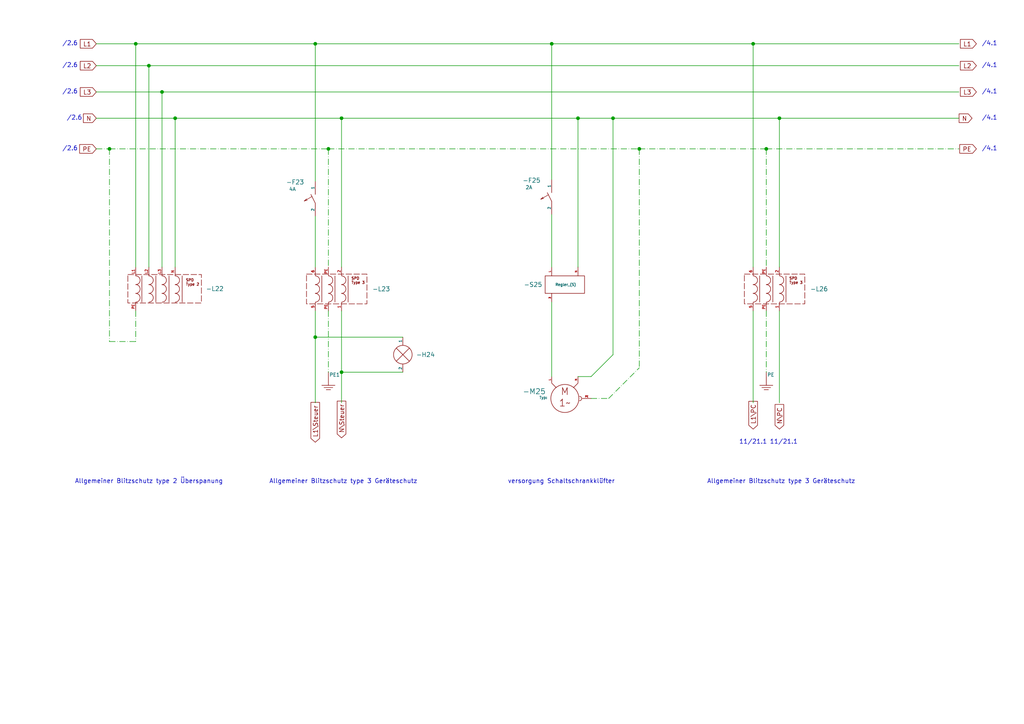
<source format=kicad_sch>
(kicad_sch (version 20250114) (generator "eeschema") (generator_version "9.0")
  (paper "A4")
  (title_block (comment 4 "1"))
  (lib_symbols
    (symbol "SPD_Type3_(L)_1"
      (property "Reference" "-L" (at -9.906 8.128 0))
      (symbol "SPD_Type3_(L)_1_0_1"
        (arc (start -3.81 3.81) (mid -2.54 2.54) (end -3.81 1.27))
        (arc (start -3.81 1.27) (mid -2.54 0) (end -3.81 -1.27))
        (arc (start -3.81 -1.27) (mid -2.54 -2.54) (end -3.81 -3.81))
        (polyline (pts (xy -1.905 -3.81) (xy -1.905 3.81)))
        (arc (start 0 3.81) (mid 1.27 2.54) (end 0 1.27))
        (arc (start 0 1.27) (mid 1.27 0) (end 0 -1.27))
        (arc (start 0 -1.27) (mid 1.27 -2.54) (end 0 -3.81))
        (polyline (pts (xy 1.905 -3.81) (xy 1.905 3.81)))
        (arc (start 3.81 3.81) (mid 5.08 2.54) (end 3.81 1.27))
        (arc (start 3.81 1.27) (mid 5.08 0) (end 3.81 -1.27))
        (arc (start 3.81 -1.27) (mid 5.08 -2.54) (end 3.81 -3.81))
        (polyline (pts (xy 5.715 -3.81) (xy 5.715 3.81)))
      )
      (symbol "SPD_Type3_(L)_1_1_1"
        (rectangle (start -6.35 4.318) (end 11.176 -4.318) (stroke (width 0) (type dash)))
        (text "SPD\nType 3" (at 6.604 3.556 0) (effects (font (size 0.762 0.762)) (justify left top)))
        (pin passive line (at -3.81 6.35 270) (length 2.413) (name "") (number "6"))
        (pin passive line (at -3.81 -6.35 90) (length 2.413) (name "") (number "5"))
        (pin passive line (at 0 6.35 270) (length 2.413) (name "") (number "PE"))
        (pin passive line (at 0 -6.35 90) (length 2.413) (name "") (number "PE"))
        (pin passive line (at 3.81 6.35 270) (length 2.413) (name "") (number "2"))
        (pin passive line (at 3.81 -6.35 90) (length 2.413) (name "") (number "1"))
      )
    )
    (symbol "standart:Leuchte_(H)" (pin_numbers (hide yes)) (pin_names (offset 0))
      (property "Reference" "-H" (at -5.334 3.81 0))
      (symbol "Leuchte_(H)_0_1"
        (polyline (pts (xy -1.905 1.905) (xy 1.905 -1.905)))
        (polyline (pts (xy -1.905 -1.905) (xy 1.905 1.905)))
        (circle (center 0 0) (radius 2.6941))
      )
      (symbol "Leuchte_(H)_1_1"
        (pin passive line (at 0 5.08 270) (length 2.286) (name "1") (number "1"))
        (pin passive line (at 0 -5.08 90) (length 2.286) (name "2") (number "2"))
      )
    )
    (symbol "standart:Motor_1-Phasen_(M)"
      (property "Reference" "-M" (at -8.89 2.032 0))
      (property "Value" "Typ:" (at -1.016 -4.826 0))
      (symbol "Motor_1-Phasen_(M)_0_1"
        (circle (center 0 0) (radius 4.066))
        (arc (start 4.2451 0.6014) (mid 4.8801 -0.0336) (end 4.2451 -0.6686))
        (polyline (pts (xy 5.715 0) (xy 5.715 0)))
        (polyline (pts (xy 6.985 -2.54) (xy 6.985 -2.54)))
      )
      (symbol "Motor_1-Phasen_(M)_1_1"
        (polyline (pts (xy -2.54 3.175) (xy -3.81 4.445)))
        (polyline (pts (xy 2.54 3.175) (xy 3.81 4.445)))
        (text "M" (at 0 2.032 0) (effects (font (size 2.032 2.032))))
        (text "1~" (at 0 -1.27 0) (effects (font (size 2.032 2.032))))
        (pin passive line (at -3.81 6.35 270) (length 1.778) (name "") (number "L"))
        (pin passive line (at 3.81 6.35 270) (length 1.778) (name "") (number "N"))
        (pin free line (at 7.62 0 180) (length 2.54) (name "") (number "PE"))
      )
    )
    (symbol "standart:PE" (pin_numbers (hide yes)) (pin_names (hide yes))
      (property "Reference" "PE" (at -3.302 2.794 0))
      (symbol "PE_0_1"
        (polyline (pts (xy -1.905 0) (xy 1.905 0)))
        (polyline (pts (xy -0.635 -1.27) (xy 0.635 -1.27)))
        (polyline (pts (xy 1.27 -0.635) (xy -1.27 -0.635)))
      )
      (symbol "PE_1_1"
        (pin passive line (at 0 3.81 270) (length 3.81) (name "") (number "PE"))
      )
    )
    (symbol "standart:Regler_(S)" (pin_names (hide yes)) (in_bom no) (on_board no)
      (property "Reference" "-S" (at -9.398 4.064 0))
      (property "Value" "Regler_(S)" (at 0 1.27 0))
      (symbol "Regler_(S)_0_1"
        (rectangle (start -5.715 2.54) (end 5.715 -2.54))
      )
      (symbol "Regler_(S)_1_1"
        (pin passive line (at -3.81 5.08 270) (length 2.54) (name "1") (number "L"))
        (pin passive line (at -3.81 -5.08 90) (length 2.54) (name "3") (number "3"))
        (pin passive line (at 3.81 5.08 270) (length 2.54) (name "4") (number "N"))
      )
    )
    (symbol "standart:SPD_Type2_(L)" (pin_names (hide yes))
      (property "Reference" "-L" (at -9.906 10.414 0))
      (symbol "SPD_Type2_(L)_0_1"
        (arc (start 0 3.81) (mid 1.27 2.54) (end 0 1.27))
        (arc (start 0 1.27) (mid 1.27 0) (end 0 -1.27))
        (arc (start 0 -1.27) (mid 1.27 -2.54) (end 0 -3.81))
        (polyline (pts (xy 1.778 -3.81) (xy 1.778 3.81)))
        (arc (start 3.81 3.81) (mid 5.08 2.54) (end 3.81 1.27))
        (arc (start 3.81 1.27) (mid 5.08 0) (end 3.81 -1.27))
        (arc (start 3.81 -1.27) (mid 5.08 -2.54) (end 3.81 -3.81))
        (polyline (pts (xy 5.842 -3.81) (xy 5.842 3.81)))
        (arc (start 7.62 3.81) (mid 8.89 2.54) (end 7.62 1.27))
        (arc (start 7.62 1.27) (mid 8.89 0) (end 7.62 -1.27))
        (arc (start 7.62 -1.27) (mid 8.89 -2.54) (end 7.62 -3.81))
        (polyline (pts (xy 9.652 -3.81) (xy 9.652 3.81)))
        (arc (start 11.43 3.81) (mid 12.7 2.54) (end 11.43 1.27))
        (arc (start 11.43 1.27) (mid 12.7 0) (end 11.43 -1.27))
        (arc (start 11.43 -1.27) (mid 12.7 -2.54) (end 11.43 -3.81))
        (polyline (pts (xy 13.462 -3.81) (xy 13.462 3.81)))
      )
      (symbol "SPD_Type2_(L)_1_1"
        (rectangle (start -2.286 4.191) (end 19.05 -4.064) (stroke (width 0) (type dash)))
        (text "SPD\nType 2" (at 14.478 3.048 0) (effects (font (size 0.762 0.762)) (justify left top)))
        (pin passive line (at 0 6.35 270) (length 2.54) (name "L1") (number "L1"))
        (pin passive line (at 0 -6.35 90) (length 2.54) (name "PE") (number "PE"))
        (pin passive line (at 3.81 6.35 270) (length 2.54) (name "L2") (number "L2"))
        (pin passive line (at 7.62 6.35 270) (length 2.54) (name "L3") (number "L3"))
        (pin passive line (at 11.43 6.35 270) (length 2.54) (name "N") (number "N"))
      )
    )
    (symbol "standart:SPD_Type3_(L)"
      (property "Reference" "-L" (at -9.906 8.128 0))
      (symbol "SPD_Type3_(L)_0_1"
        (arc (start -3.81 3.81) (mid -2.54 2.54) (end -3.81 1.27))
        (arc (start -3.81 1.27) (mid -2.54 0) (end -3.81 -1.27))
        (arc (start -3.81 -1.27) (mid -2.54 -2.54) (end -3.81 -3.81))
        (polyline (pts (xy -1.905 -3.81) (xy -1.905 3.81)))
        (arc (start 0 3.81) (mid 1.27 2.54) (end 0 1.27))
        (arc (start 0 1.27) (mid 1.27 0) (end 0 -1.27))
        (arc (start 0 -1.27) (mid 1.27 -2.54) (end 0 -3.81))
        (polyline (pts (xy 1.905 -3.81) (xy 1.905 3.81)))
        (arc (start 3.81 3.81) (mid 5.08 2.54) (end 3.81 1.27))
        (arc (start 3.81 1.27) (mid 5.08 0) (end 3.81 -1.27))
        (arc (start 3.81 -1.27) (mid 5.08 -2.54) (end 3.81 -3.81))
        (polyline (pts (xy 5.715 -3.81) (xy 5.715 3.81)))
      )
      (symbol "SPD_Type3_(L)_1_1"
        (rectangle (start -6.35 4.318) (end 11.176 -4.318) (stroke (width 0) (type dash)))
        (text "SPD\nType 3" (at 6.604 3.556 0) (effects (font (size 0.762 0.762)) (justify left top)))
        (pin passive line (at -3.81 6.35 270) (length 2.413) (name "") (number "6"))
        (pin passive line (at -3.81 -6.35 90) (length 2.413) (name "") (number "5"))
        (pin passive line (at 0 6.35 270) (length 2.413) (name "") (number "PE"))
        (pin passive line (at 0 -6.35 90) (length 2.413) (name "") (number "PE"))
        (pin passive line (at 3.81 6.35 270) (length 2.413) (name "") (number "2"))
        (pin passive line (at 3.81 -6.35 90) (length 2.413) (name "") (number "1"))
      )
    )
    (symbol "standart:Schalter_LS_(F)" (pin_numbers (hide yes)) (pin_names (offset 0))
      (property "Reference" "-F" (at -5.842 3.556 0))
      (property "Value" "A" (at -6.604 1.524 0))
      (symbol "Schalter_LS_(F)_0_1"
        (polyline (pts (xy -3.1577 -1.8949) (xy -3.1577 -1.8949)))
        (polyline (pts (xy 0 0) (xy 0 0)))
        (polyline (pts (xy 0 -2.54) (xy -1.27 0)))
      )
      (symbol "Schalter_LS_(F)_1_1"
        (polyline (pts (xy -3.175 -1.905) (xy -2.54 -1.27)) (stroke (width 0.127)))
        (polyline (pts (xy -3.175 -1.905) (xy -2.3014 -1.67)) (stroke (width 0.127)))
        (polyline (pts (xy -0.9505 -0.6011) (xy -3.175 -1.905)) (stroke (width 0.127)))
        (pin passive line (at 0 3.81 270) (length 3.81) (name "1") (number "1"))
        (pin passive line (at 0 -6.35 90) (length 3.81) (name "2") (number "2"))
      )
    )
  )
  (text "Allgemeiner Blitzschutz type 3 Geräteschutz\n" (at 99.568 139.7 0) (effects (font (size 1.27 1.27))))
  (text "/2.6" (at 20.32 43.18 0) (effects (font (size 1.27 1.27))))
  (text "/4.1" (at 287.02 26.67 0) (effects (font (size 1.27 1.27))))
  (text "/4.1" (at 287.02 43.18 0) (effects (font (size 1.27 1.27))))
  (text "/4.1" (at 287.02 34.29 0) (effects (font (size 1.27 1.27))))
  (text "/2.6" (at 20.32 26.67 0) (effects (font (size 1.27 1.27))))
  (text "Allgemeiner Blitzschutz type 3 Geräteschutz\n" (at 226.568 139.7 0) (effects (font (size 1.27 1.27))))
  (text "11/21.1" (at 227.33 128.27 0) (effects (font (size 1.27 1.27))))
  (text "/4.1" (at 287.02 12.7 0) (effects (font (size 1.27 1.27))))
  (text "versorgung Schaltschrankklüfter" (at 162.814 139.7 0) (effects (font (size 1.27 1.27))))
  (text "/2.6" (at 21.59 34.29 0) (effects (font (size 1.27 1.27))))
  (text "/4.1" (at 287.02 19.05 0) (effects (font (size 1.27 1.27))))
  (text "11/21.1" (at 218.44 128.27 0) (effects (font (size 1.27 1.27))))
  (text "/2.6" (at 20.32 19.05 0) (effects (font (size 1.27 1.27))))
  (text "Allgemeiner Blitzschutz type 2 Überspanung \n" (at 43.688 139.7 0) (effects (font (size 1.27 1.27))))
  (text "/2.6" (at 20.32 12.7 0) (effects (font (size 1.27 1.27))))
  (junction (at 31.75 43.18))
  (junction (at 177.8 34.29))
  (junction (at 91.44 12.7))
  (junction (at 222.25 43.18))
  (junction (at 218.44 12.7))
  (junction (at 185.42 43.18))
  (junction (at 226.06 34.29))
  (junction (at 43.18 19.05))
  (junction (at 160.02 12.7))
  (junction (at 50.8 34.29))
  (junction (at 95.25 43.18))
  (junction (at 167.64 34.29))
  (junction (at 39.37 12.7))
  (junction (at 46.99 26.67))
  (junction (at 99.06 107.95))
  (junction (at 99.06 34.29))
  (junction (at 91.44 97.79))
  (wire (pts (xy 99.06 107.95) (xy 99.06 116.84)))
  (wire (pts (xy 31.75 99.06) (xy 39.37 99.06)) (stroke (width 0) (type dash_dot)))
  (wire (pts (xy 91.44 12.7) (xy 91.44 52.578)))
  (wire (pts (xy 160.02 12.7) (xy 160.02 52.07)))
  (wire (pts (xy 160.02 87.63) (xy 160.02 109.22)))
  (wire (pts (xy 39.37 12.7) (xy 91.44 12.7)))
  (wire (pts (xy 95.25 43.18) (xy 185.42 43.18)) (stroke (width 0) (type dash_dot)))
  (wire (pts (xy 226.06 34.29) (xy 278.13 34.29)))
  (wire (pts (xy 218.44 12.7) (xy 278.13 12.7)))
  (wire (pts (xy 46.99 26.67) (xy 278.13 26.67)))
  (wire (pts (xy 99.06 90.17) (xy 99.06 107.95)))
  (wire (pts (xy 50.8 34.29) (xy 99.06 34.29)))
  (wire (pts (xy 43.18 19.05) (xy 278.13 19.05)))
  (wire (pts (xy 218.44 12.7) (xy 218.44 77.47)))
  (wire (pts (xy 50.8 34.29) (xy 50.8 77.47)))
  (wire (pts (xy 27.94 19.05) (xy 43.18 19.05)))
  (wire (pts (xy 91.44 62.738) (xy 91.44 77.47)))
  (wire (pts (xy 222.25 90.17) (xy 222.25 107.95)) (stroke (width 0) (type dash_dot)))
  (wire (pts (xy 222.25 43.18) (xy 222.25 77.47)) (stroke (width 0) (type dash_dot)))
  (wire (pts (xy 27.94 43.18) (xy 31.75 43.18)) (stroke (width 0) (type dash_dot)))
  (wire (pts (xy 39.37 90.17) (xy 39.37 99.06)) (stroke (width 0) (type dash_dot)))
  (wire (pts (xy 222.25 43.18) (xy 278.13 43.18)) (stroke (width 0) (type dash_dot)))
  (wire (pts (xy 99.06 107.95) (xy 116.84 107.95)))
  (wire (pts (xy 177.8 34.29) (xy 177.8 102.87)))
  (wire (pts (xy 99.06 34.29) (xy 167.64 34.29)))
  (wire (pts (xy 167.64 34.29) (xy 177.8 34.29)))
  (wire (pts (xy 31.75 43.18) (xy 31.75 99.06)) (stroke (width 0) (type dash_dot)))
  (wire (pts (xy 91.44 97.79) (xy 91.44 116.84)))
  (wire (pts (xy 218.44 90.17) (xy 218.44 116.84)))
  (wire (pts (xy 91.44 90.17) (xy 91.44 97.79)))
  (wire (pts (xy 226.06 90.17) (xy 226.06 116.84)))
  (wire (pts (xy 160.02 62.23) (xy 160.02 77.47)))
  (wire (pts (xy 95.25 43.18) (xy 95.25 77.47)) (stroke (width 0) (type dash_dot)))
  (wire (pts (xy 99.06 34.29) (xy 99.06 77.47)))
  (wire (pts (xy 171.45 109.22) (xy 177.8 102.87)))
  (wire (pts (xy 27.94 26.67) (xy 46.99 26.67)))
  (wire (pts (xy 177.8 34.29) (xy 226.06 34.29)))
  (wire (pts (xy 46.99 26.67) (xy 46.99 77.47)))
  (wire (pts (xy 176.53 115.57) (xy 185.42 106.68)) (stroke (width 0) (type dash_dot)))
  (wire (pts (xy 167.64 34.29) (xy 167.64 77.47)))
  (wire (pts (xy 39.37 12.7) (xy 39.37 77.47)))
  (wire (pts (xy 160.02 12.7) (xy 218.44 12.7)))
  (wire (pts (xy 91.44 12.7) (xy 160.02 12.7)))
  (wire (pts (xy 95.25 90.17) (xy 95.25 107.95)) (stroke (width 0) (type dash_dot)))
  (wire (pts (xy 27.94 12.7) (xy 39.37 12.7)))
  (wire (pts (xy 185.42 43.18) (xy 222.25 43.18)) (stroke (width 0) (type dash_dot)))
  (wire (pts (xy 226.06 34.29) (xy 226.06 77.47)))
  (wire (pts (xy 167.64 109.22) (xy 171.45 109.22)))
  (wire (pts (xy 31.75 43.18) (xy 95.25 43.18)) (stroke (width 0) (type dash_dot)))
  (wire (pts (xy 171.45 115.57) (xy 176.53 115.57)) (stroke (width 0) (type dash_dot)))
  (wire (pts (xy 27.94 34.29) (xy 50.8 34.29)))
  (wire (pts (xy 43.18 19.05) (xy 43.18 77.47)))
  (wire (pts (xy 91.44 97.79) (xy 116.84 97.79)))
  (wire (pts (xy 185.42 43.18) (xy 185.42 106.68)) (stroke (width 0) (type dash_dot)))
  (global_label "L3" (shape input) (at 27.94 26.67 180) (property "Intersheetrefs" "${INTERSHEET_REFS}" (effects (hide yes))) (property "Netclass" "/2.6" (effects (hide yes))))
  (global_label "L1\\PC" (shape input) (at 218.44 124.46 90) (property "Intersheetrefs" "${INTERSHEET_REFS}" (effects (hide yes))))
  (global_label "L1" (shape input) (at 283.21 12.7 180) (property "Intersheetrefs" "${INTERSHEET_REFS}" (effects (hide yes))) (property "Netclass" "/4.1" (effects (hide yes))))
  (global_label "PE" (shape input) (at 27.94 43.18 180) (property "Intersheetrefs" "${INTERSHEET_REFS}" (effects (hide yes))) (property "Netclass" "/2.6" (effects (hide yes))))
  (global_label "L2" (shape input) (at 27.94 19.05 180) (property "Intersheetrefs" "${INTERSHEET_REFS}" (effects (hide yes))) (property "Netclass" "/2.6" (effects (hide yes))))
  (global_label "L3" (shape input) (at 283.21 26.67 180) (property "Intersheetrefs" "${INTERSHEET_REFS}" (effects (hide yes))) (property "Netclass" "/4.1" (effects (hide yes))))
  (global_label "N" (shape input) (at 281.94 34.29 180) (property "Intersheetrefs" "${INTERSHEET_REFS}" (effects (hide yes))) (property "Netclass" "/4.1" (effects (hide yes))))
  (global_label "L2" (shape input) (at 283.21 19.05 180) (property "Intersheetrefs" "${INTERSHEET_REFS}" (effects (hide yes))) (property "Netclass" "/4.1" (effects (hide yes))))
  (global_label "N\\Steuer" (shape input) (at 99.06 127 90) (property "Intersheetrefs" "${INTERSHEET_REFS}" (effects (hide yes))))
  (global_label "N" (shape input) (at 27.94 34.29 180) (property "Intersheetrefs" "${INTERSHEET_REFS}" (effects (hide yes))) (property "Netclass" "/2.6" (effects (hide yes))))
  (global_label "N\\PC" (shape input) (at 226.06 124.46 90) (property "Intersheetrefs" "${INTERSHEET_REFS}" (effects (hide yes))))
  (global_label "L1" (shape input) (at 27.94 12.7 180) (property "Intersheetrefs" "${INTERSHEET_REFS}" (effects (hide yes))) (property "Netclass" "/2.6" (effects (hide yes))))
  (global_label "L1\\Steuer" (shape input) (at 91.44 128.27 90) (property "Intersheetrefs" "${INTERSHEET_REFS}" (effects (hide yes))))
  (global_label "PE" (shape input) (at 283.21 43.18 180) (property "Intersheetrefs" "${INTERSHEET_REFS}" (effects (hide yes))) (property "Netclass" "/4.1" (effects (hide yes))))
  (symbol (lib_id "standart:PE") (at 222.25 111.76 0) (unit 1)
    (property "Reference" "PE" (at 222.504 108.712 0) (effects (font (size 1.016 1.016)) (justify left)))
  )
  (symbol (lib_id "standart:Motor_1-Phasen_(M)") (at 163.83 115.57 0) (unit 1)
    (property "Reference" "-M25" (at 154.94 113.538 0) (effects (font (size 1.524 1.524))))
    (property "Value" "Typ:" (at 158.75 115.317 0) (effects (font (size 0.762 0.762)) (justify right)))
  )
  (symbol (lib_id "standart:PE") (at 95.25 111.76 0) (unit 1)
    (property "Reference" "PE1" (at 95.504 108.712 0) (effects (font (size 1.016 1.016)) (justify left)))
  )
  (symbol (lib_id "standart:SPD_Type3_(L)") (at 95.25 83.82 0) (unit 1)
    (property "Reference" "-L23" (at 107.95 83.8199 0) (effects (justify left)))
  )
  (symbol (lib_id "standart:Regler_(S)") (at 163.83 82.55 0) (unit 1) (in_bom no) (on_board no)
    (property "Reference" "-S25" (at 151.892 82.55 0) (effects (justify left)))
    (property "Value" "Regler_(S)" (at 161.036 82.55 0) (effects (font (size 0.762 0.762)) (justify left)))
  )
  (symbol (lib_id "standart:Schalter_LS_(F)") (at 160.02 55.88 0) (unit 1)
    (property "Reference" "-F25" (at 154.178 52.324 0))
    (property "Value" "2A" (at 153.416 54.356 0) (effects (font (size 1.016 1.016))))
  )
  (symbol (lib_id "standart:SPD_Type2_(L)") (at 39.37 83.82 0) (unit 1)
    (property "Reference" "-L22" (at 59.69 83.7564 0) (effects (justify left)))
  )
  (symbol (lib_name "SPD_Type3_(L)_1") (lib_id "standart:SPD_Type3_(L)") (at 222.25 83.82 0) (unit 1)
    (property "Reference" "-L26" (at 234.95 83.8199 0) (effects (justify left)))
  )
  (symbol (lib_id "standart:Leuchte_(H)") (at 116.84 102.87 0) (unit 1)
    (property "Reference" "-H24" (at 120.65 102.8699 0) (effects (justify left)))
  )
  (symbol (lib_id "standart:Schalter_LS_(F)") (at 91.44 56.388 0) (unit 1)
    (property "Reference" "-F23" (at 85.598 52.832 0))
    (property "Value" "4A" (at 84.836 54.864 0) (effects (font (size 1.016 1.016))))
  )
)
</source>
